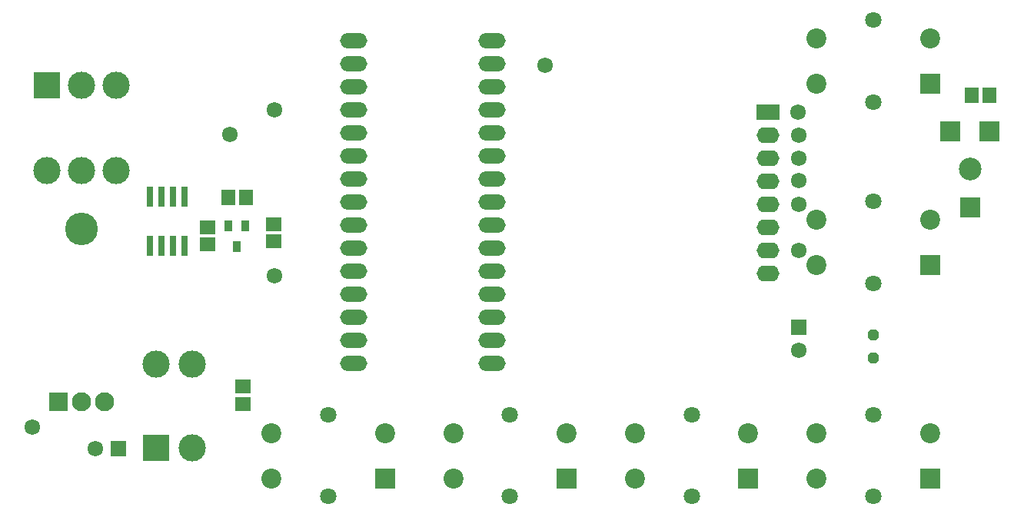
<source format=gbr>
G04 DipTrace 3.0.0.2*
G04 TopMask.gbr*
%MOMM*%
G04 #@! TF.FileFunction,Soldermask,Top*
G04 #@! TF.Part,Single*
%AMOUTLINE0*5,1,8,0,0,1.32081,-112.50063*%
%ADD38R,2.5X1.75*%
%ADD39O,2.5X1.75*%
%ADD42O,3.0X1.7*%
%ADD43C,2.5*%
%ADD44C,1.8*%
%ADD45C,3.6*%
%ADD54R,2.1X2.1*%
%ADD56C,2.1*%
%ADD62C,2.2*%
%ADD64R,2.2X2.2*%
%ADD68R,0.85X1.25*%
%ADD70C,1.724*%
%ADD72R,1.724X1.724*%
%ADD74C,3.0*%
%ADD76R,3.0X3.0*%
%ADD78R,0.8X2.2*%
%ADD80R,1.5X1.7*%
%ADD82R,1.7X1.5*%
%ADD86OUTLINE0*%
%FSLAX35Y35*%
G04*
G71*
G90*
G75*
G01*
G04 TopMask*
%LPD*%
D86*
X10500000Y2977000D3*
Y2723000D3*
D76*
X1400000Y5730000D3*
D74*
Y4790000D3*
X1780000Y5730000D3*
X2160000D3*
X1780000Y4790000D3*
X2160000D3*
X3000000Y1740000D3*
Y2660000D3*
D76*
X2600000Y1740000D3*
D74*
Y2660000D3*
D72*
X9680000Y3067000D3*
D70*
Y2813000D3*
D72*
X2190500Y1730173D3*
D70*
X1936500D3*
D78*
X2538000Y3963127D3*
X2665000D3*
X2792000D3*
X2919000D3*
Y4503127D3*
X2792000D3*
X2665000D3*
X2538000D3*
D68*
X3585750Y4185627D3*
X3395750D3*
X3490750Y3955627D3*
D82*
X3900000Y4200000D3*
Y4010000D3*
D80*
X3400000Y4500000D3*
X3590000D3*
D64*
X11350000Y5227800D3*
X11565000Y4387800D3*
X11780000Y5227800D3*
D43*
X11565000Y4807800D3*
D82*
X3173000Y4169750D3*
Y3979750D3*
D80*
X11588627Y5619623D3*
X11778627D3*
D82*
X3555607Y2222247D3*
Y2412247D3*
D64*
X5125000Y1400000D3*
D62*
X3875000D3*
X5125000Y1900000D3*
X3875000D3*
D44*
X4500000Y1200000D3*
Y2100000D3*
D64*
X7125000Y1400000D3*
D62*
X5875000D3*
X7125000Y1900000D3*
X5875000D3*
D44*
X6500000Y1200000D3*
Y2100000D3*
D64*
X9125000Y1400000D3*
D62*
X7875000D3*
X9125000Y1900000D3*
X7875000D3*
D44*
X8500000Y1200000D3*
Y2100000D3*
D64*
X11125000Y5750000D3*
D62*
X9875000D3*
X11125000Y6250000D3*
X9875000D3*
D44*
X10500000Y5550000D3*
Y6450000D3*
D64*
X11125000Y3750000D3*
D62*
X9875000D3*
X11125000Y4250000D3*
X9875000D3*
D44*
X10500000Y3550000D3*
Y4450000D3*
D64*
X11125000Y1400000D3*
D62*
X9875000D3*
X11125000Y1900000D3*
X9875000D3*
D44*
X10500000Y1200000D3*
Y2100000D3*
D38*
X9340000Y5439000D3*
D39*
Y5185000D3*
Y4931000D3*
Y4677000D3*
Y4423000D3*
Y4169000D3*
Y3915000D3*
Y3661000D3*
D70*
X3413000Y5191000D3*
X1238100Y1968273D3*
X6889627Y5953000D3*
X9680000Y4420000D3*
Y4680000D3*
Y4930000D3*
Y5185000D3*
X9675000Y5440000D3*
X9680000Y3915000D3*
X3904820Y3634973D3*
X3908803Y5457810D3*
D56*
X2034000Y2240000D3*
X1780000D3*
D54*
X1526000D3*
D45*
X1780000Y4150003D3*
D42*
X6302250Y5968873D3*
Y5460873D3*
Y5206873D3*
Y4952873D3*
Y4698873D3*
Y3936873D3*
Y3682873D3*
X4778250Y4190873D3*
Y4444873D3*
Y4698873D3*
Y4952873D3*
Y5206873D3*
Y5460873D3*
Y5714873D3*
Y3428873D3*
X6302250Y2920873D3*
X4778250Y3682873D3*
Y3936873D3*
Y6222873D3*
Y5968873D3*
X6302250Y5714873D3*
X4778250Y3174873D3*
X6302250D3*
X4778250Y2920873D3*
X6302250Y6222873D3*
Y4190873D3*
Y4444873D3*
X4778250Y2666873D3*
X6302250Y3428873D3*
Y2666873D3*
M02*

</source>
